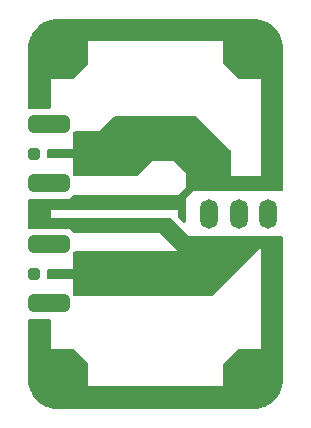
<source format=gbr>
%TF.GenerationSoftware,KiCad,Pcbnew,7.0.6*%
%TF.CreationDate,2023-10-21T15:53:08+08:00*%
%TF.ProjectId,AudioPlug2SMA_M1V1,41756469-6f50-46c7-9567-32534d415f4d,rev?*%
%TF.SameCoordinates,Original*%
%TF.FileFunction,Soldermask,Top*%
%TF.FilePolarity,Negative*%
%FSLAX46Y46*%
G04 Gerber Fmt 4.6, Leading zero omitted, Abs format (unit mm)*
G04 Created by KiCad (PCBNEW 7.0.6) date 2023-10-21 15:53:08*
%MOMM*%
%LPD*%
G01*
G04 APERTURE LIST*
G04 Aperture macros list*
%AMRoundRect*
0 Rectangle with rounded corners*
0 $1 Rounding radius*
0 $2 $3 $4 $5 $6 $7 $8 $9 X,Y pos of 4 corners*
0 Add a 4 corners polygon primitive as box body*
4,1,4,$2,$3,$4,$5,$6,$7,$8,$9,$2,$3,0*
0 Add four circle primitives for the rounded corners*
1,1,$1+$1,$2,$3*
1,1,$1+$1,$4,$5*
1,1,$1+$1,$6,$7*
1,1,$1+$1,$8,$9*
0 Add four rect primitives between the rounded corners*
20,1,$1+$1,$2,$3,$4,$5,0*
20,1,$1+$1,$4,$5,$6,$7,0*
20,1,$1+$1,$6,$7,$8,$9,0*
20,1,$1+$1,$8,$9,$2,$3,0*%
G04 Aperture macros list end*
%ADD10C,4.400000*%
%ADD11O,1.500000X2.500000*%
%ADD12RoundRect,0.250000X-0.250000X-0.250000X0.250000X-0.250000X0.250000X0.250000X-0.250000X0.250000X0*%
%ADD13RoundRect,0.375000X-1.375000X-0.375000X1.375000X-0.375000X1.375000X0.375000X-1.375000X0.375000X0*%
G04 APERTURE END LIST*
D10*
%TO.C,REF\u002A\u002A*%
X83820000Y-87630000D03*
%TD*%
%TO.C,REF\u002A\u002A*%
X100330000Y-87630000D03*
%TD*%
%TO.C,REF\u002A\u002A*%
X100330000Y-115570000D03*
%TD*%
D11*
%TO.C,J3*%
X99100000Y-101600000D03*
X101600000Y-101600000D03*
X96600000Y-101600000D03*
%TD*%
D12*
%TO.C,J2*%
X81780000Y-106680000D03*
D13*
X83030000Y-104180000D03*
X83030000Y-109180000D03*
%TD*%
D10*
%TO.C,REF\u002A\u002A*%
X83820000Y-115570000D03*
%TD*%
D12*
%TO.C,J1*%
X81780000Y-96520000D03*
D13*
X83030000Y-94020000D03*
X83030000Y-99020000D03*
%TD*%
G36*
X100331866Y-85090113D02*
G01*
X100632416Y-85108292D01*
X100639855Y-85109196D01*
X100934174Y-85163133D01*
X100941450Y-85164926D01*
X101227106Y-85253939D01*
X101234113Y-85256597D01*
X101506974Y-85379402D01*
X101513609Y-85382885D01*
X101769671Y-85537678D01*
X101775839Y-85541935D01*
X102011380Y-85726470D01*
X102016989Y-85731439D01*
X102228560Y-85943010D01*
X102233529Y-85948619D01*
X102418064Y-86184160D01*
X102422321Y-86190328D01*
X102577114Y-86446390D01*
X102580597Y-86453025D01*
X102703402Y-86725886D01*
X102706060Y-86732893D01*
X102795073Y-87018549D01*
X102796866Y-87025825D01*
X102850803Y-87320144D01*
X102851707Y-87327583D01*
X102869887Y-87628132D01*
X102870000Y-87631876D01*
X102870000Y-99571000D01*
X102850315Y-99638039D01*
X102797511Y-99683794D01*
X102746000Y-99695000D01*
X98299000Y-99695000D01*
X98231961Y-99675315D01*
X98186206Y-99622511D01*
X98175000Y-99571000D01*
X98175000Y-98426530D01*
X98175075Y-98423488D01*
X98176055Y-98403538D01*
X98176652Y-98397479D01*
X98178342Y-98386082D01*
X98207651Y-98322656D01*
X98266597Y-98285145D01*
X98336466Y-98285457D01*
X98395075Y-98323494D01*
X98423815Y-98387179D01*
X98425000Y-98404277D01*
X98425000Y-98425000D01*
X100965000Y-98425000D01*
X100965000Y-90170000D01*
X99111362Y-90170000D01*
X99044323Y-90150315D01*
X99023681Y-90133681D01*
X97826319Y-88936319D01*
X97792834Y-88874996D01*
X97790000Y-88848638D01*
X97790000Y-86995000D01*
X86360000Y-86995000D01*
X86360000Y-88848638D01*
X86340315Y-88915677D01*
X86323681Y-88936319D01*
X85126319Y-90133681D01*
X85064996Y-90167166D01*
X85038638Y-90170000D01*
X83185000Y-90170000D01*
X83185000Y-92586000D01*
X83165315Y-92653039D01*
X83112511Y-92698794D01*
X83061000Y-92710000D01*
X81404000Y-92710000D01*
X81336961Y-92690315D01*
X81291206Y-92637511D01*
X81280000Y-92586000D01*
X81280000Y-87631877D01*
X81280113Y-87628133D01*
X81298292Y-87327583D01*
X81299196Y-87320144D01*
X81353133Y-87025825D01*
X81354926Y-87018549D01*
X81443939Y-86732893D01*
X81446597Y-86725886D01*
X81569402Y-86453025D01*
X81572885Y-86446390D01*
X81727678Y-86190328D01*
X81731935Y-86184160D01*
X81916470Y-85948619D01*
X81921439Y-85943010D01*
X82133010Y-85731439D01*
X82138619Y-85726470D01*
X82374160Y-85541935D01*
X82380328Y-85537678D01*
X82636390Y-85382885D01*
X82643025Y-85379402D01*
X82915886Y-85256597D01*
X82922893Y-85253939D01*
X83208549Y-85164926D01*
X83215825Y-85163133D01*
X83510144Y-85109196D01*
X83517583Y-85108292D01*
X83818134Y-85090113D01*
X83821878Y-85090000D01*
X100328122Y-85090000D01*
X100331866Y-85090113D01*
G37*
G36*
X85283039Y-100032185D02*
G01*
X85328794Y-100084989D01*
X85340000Y-100136500D01*
X85340000Y-101158500D01*
X85320315Y-101225539D01*
X85267511Y-101271294D01*
X85216000Y-101282500D01*
X83185000Y-101282500D01*
X83185000Y-101917500D01*
X85216000Y-101917500D01*
X85283039Y-101937185D01*
X85328794Y-101989989D01*
X85340000Y-102041500D01*
X85340000Y-103063500D01*
X85320315Y-103130539D01*
X85267511Y-103176294D01*
X85216000Y-103187500D01*
X85141362Y-103187500D01*
X85074323Y-103167815D01*
X85053681Y-103151181D01*
X84772500Y-102870000D01*
X81404000Y-102870000D01*
X81336961Y-102850315D01*
X81291206Y-102797511D01*
X81280000Y-102746000D01*
X81280000Y-100454000D01*
X81299685Y-100386961D01*
X81352489Y-100341206D01*
X81404000Y-100330000D01*
X84772500Y-100330000D01*
X84772500Y-100329999D01*
X85053681Y-100048819D01*
X85115004Y-100015334D01*
X85141362Y-100012500D01*
X85216000Y-100012500D01*
X85283039Y-100032185D01*
G37*
G36*
X102813039Y-103524685D02*
G01*
X102858794Y-103577489D01*
X102870000Y-103629000D01*
X102870000Y-115568122D01*
X102869887Y-115571866D01*
X102851707Y-115872416D01*
X102850803Y-115879855D01*
X102796866Y-116174174D01*
X102795073Y-116181450D01*
X102706060Y-116467106D01*
X102703402Y-116474113D01*
X102580597Y-116746974D01*
X102577114Y-116753609D01*
X102422321Y-117009671D01*
X102418064Y-117015839D01*
X102233529Y-117251380D01*
X102228560Y-117256989D01*
X102016989Y-117468560D01*
X102011380Y-117473529D01*
X101775839Y-117658064D01*
X101769671Y-117662321D01*
X101513609Y-117817114D01*
X101506974Y-117820597D01*
X101234113Y-117943402D01*
X101227106Y-117946060D01*
X100941450Y-118035073D01*
X100934174Y-118036866D01*
X100639855Y-118090803D01*
X100632416Y-118091707D01*
X100331866Y-118109887D01*
X100328122Y-118110000D01*
X83821878Y-118110000D01*
X83818134Y-118109887D01*
X83517583Y-118091707D01*
X83510144Y-118090803D01*
X83215825Y-118036866D01*
X83208549Y-118035073D01*
X82922893Y-117946060D01*
X82915886Y-117943402D01*
X82643025Y-117820597D01*
X82636390Y-117817114D01*
X82380328Y-117662321D01*
X82374160Y-117658064D01*
X82138619Y-117473529D01*
X82133010Y-117468560D01*
X81921439Y-117256989D01*
X81916470Y-117251380D01*
X81731935Y-117015839D01*
X81727678Y-117009671D01*
X81572885Y-116753609D01*
X81569402Y-116746974D01*
X81446597Y-116474113D01*
X81443939Y-116467106D01*
X81354926Y-116181450D01*
X81353133Y-116174174D01*
X81299196Y-115879855D01*
X81298292Y-115872416D01*
X81280113Y-115571866D01*
X81280000Y-115568122D01*
X81280000Y-110614000D01*
X81299685Y-110546961D01*
X81352489Y-110501206D01*
X81404000Y-110490000D01*
X83061000Y-110490000D01*
X83128039Y-110509685D01*
X83173794Y-110562489D01*
X83185000Y-110614000D01*
X83185000Y-113030000D01*
X85038638Y-113030000D01*
X85105677Y-113049685D01*
X85126319Y-113066319D01*
X86323681Y-114263681D01*
X86357166Y-114325004D01*
X86360000Y-114351362D01*
X86360000Y-116205000D01*
X97790000Y-116205000D01*
X97790000Y-114351362D01*
X97809685Y-114284323D01*
X97826319Y-114263681D01*
X99023681Y-113066319D01*
X99085004Y-113032834D01*
X99111362Y-113030000D01*
X100965000Y-113030000D01*
X100965000Y-104457500D01*
X100964999Y-104457499D01*
X100926680Y-104495819D01*
X100865356Y-104529303D01*
X100795665Y-104524319D01*
X100739732Y-104482447D01*
X100715315Y-104416982D01*
X100714999Y-104408137D01*
X100715000Y-103629000D01*
X100734685Y-103561960D01*
X100787489Y-103516206D01*
X100839000Y-103505000D01*
X102746000Y-103505000D01*
X102813039Y-103524685D01*
G37*
G36*
X95583177Y-93364685D02*
G01*
X95603819Y-93381319D01*
X98388681Y-96166181D01*
X98422166Y-96227504D01*
X98425000Y-96253862D01*
X98425000Y-98425000D01*
X98551000Y-98425000D01*
X98618039Y-98444685D01*
X98663794Y-98497489D01*
X98675000Y-98549000D01*
X98675000Y-99571000D01*
X98655315Y-99638039D01*
X98602511Y-99683794D01*
X98551000Y-99695000D01*
X95249999Y-99695000D01*
X94615000Y-100329999D01*
X94615000Y-102253138D01*
X94595315Y-102320177D01*
X94542511Y-102365932D01*
X94473353Y-102375876D01*
X94409797Y-102346851D01*
X94403319Y-102340819D01*
X94016319Y-101953819D01*
X93982834Y-101892496D01*
X93980000Y-101866138D01*
X93980000Y-101282500D01*
X93854000Y-101282500D01*
X93786961Y-101262815D01*
X93741206Y-101210011D01*
X93730000Y-101158500D01*
X93730000Y-100136500D01*
X93749685Y-100069461D01*
X93802489Y-100023706D01*
X93854000Y-100012500D01*
X93980000Y-100012500D01*
X93980000Y-100012499D01*
X94615000Y-99377499D01*
X94615000Y-98107500D01*
X93662500Y-97155000D01*
X91757499Y-97155000D01*
X90523819Y-98388681D01*
X90462496Y-98422166D01*
X90436138Y-98425000D01*
X85214000Y-98425000D01*
X85146961Y-98405315D01*
X85101206Y-98352511D01*
X85090000Y-98301000D01*
X85090000Y-96901000D01*
X82991500Y-96901000D01*
X82924461Y-96881315D01*
X82878706Y-96828511D01*
X82867500Y-96777000D01*
X82867500Y-96263000D01*
X82887185Y-96195961D01*
X82939989Y-96150206D01*
X82991500Y-96139000D01*
X85090000Y-96139000D01*
X85090000Y-94739000D01*
X85109685Y-94671961D01*
X85162489Y-94626206D01*
X85214000Y-94615000D01*
X87312500Y-94615000D01*
X87312500Y-94614999D01*
X88546181Y-93381319D01*
X88607504Y-93347834D01*
X88633862Y-93345000D01*
X95516138Y-93345000D01*
X95583177Y-93364685D01*
G37*
G36*
X93360677Y-101937185D02*
G01*
X93381319Y-101953819D01*
X94932500Y-103505000D01*
X96256692Y-103505000D01*
X96323731Y-103524685D01*
X96369486Y-103577489D01*
X96379430Y-103646647D01*
X96350405Y-103710203D01*
X96344373Y-103716681D01*
X95110357Y-104950696D01*
X95108153Y-104952795D01*
X95093355Y-104966207D01*
X95088647Y-104970070D01*
X95073842Y-104981050D01*
X95068781Y-104984432D01*
X95052962Y-104993913D01*
X95047593Y-104996783D01*
X95030923Y-105004667D01*
X95025301Y-105006996D01*
X95007943Y-105013207D01*
X95002113Y-105014976D01*
X94984227Y-105019455D01*
X94978256Y-105020643D01*
X94960019Y-105023348D01*
X94953966Y-105023944D01*
X94934017Y-105024925D01*
X94930971Y-105025000D01*
X93981529Y-105025000D01*
X93978483Y-105024925D01*
X93958535Y-105023944D01*
X93952486Y-105023348D01*
X93941095Y-105021660D01*
X93877667Y-104992357D01*
X93840149Y-104933415D01*
X93840455Y-104863546D01*
X93878486Y-104804933D01*
X93942167Y-104776186D01*
X93959278Y-104775000D01*
X93980000Y-104775000D01*
X93980000Y-104774999D01*
X92392500Y-103187500D01*
X85141362Y-103187500D01*
X85074323Y-103167815D01*
X85053681Y-103151181D01*
X84876319Y-102973819D01*
X84842834Y-102912496D01*
X84840000Y-102886138D01*
X84840000Y-102041500D01*
X84859685Y-101974461D01*
X84912489Y-101928706D01*
X84964000Y-101917500D01*
X93293638Y-101917500D01*
X93360677Y-101937185D01*
G37*
G36*
X94149333Y-99945680D02*
G01*
X94205266Y-99987551D01*
X94229684Y-100053015D01*
X94230000Y-100061862D01*
X94230000Y-101280971D01*
X94229925Y-101284017D01*
X94228944Y-101303963D01*
X94228348Y-101310011D01*
X94226660Y-101321403D01*
X94197359Y-101384832D01*
X94138417Y-101422350D01*
X94068548Y-101422046D01*
X94009935Y-101384016D01*
X93981187Y-101320335D01*
X93980000Y-101303222D01*
X93980000Y-101282500D01*
X84964000Y-101282500D01*
X84896961Y-101262815D01*
X84851206Y-101210011D01*
X84840000Y-101158500D01*
X84840000Y-100313862D01*
X84859685Y-100246823D01*
X84876319Y-100226181D01*
X85053681Y-100048819D01*
X85115004Y-100015334D01*
X85141362Y-100012500D01*
X93980000Y-100012500D01*
X94018318Y-99974182D01*
X94079641Y-99940696D01*
X94149333Y-99945680D01*
G37*
G36*
X101158039Y-103524685D02*
G01*
X101203794Y-103577489D01*
X101215000Y-103629000D01*
X101215000Y-104455971D01*
X101214925Y-104459017D01*
X101213944Y-104478963D01*
X101213348Y-104485011D01*
X101211660Y-104496403D01*
X101182359Y-104559832D01*
X101123417Y-104597350D01*
X101053548Y-104597046D01*
X100994935Y-104559016D01*
X100966187Y-104495335D01*
X100965000Y-104478222D01*
X100965000Y-104457500D01*
X100964999Y-104457499D01*
X96873819Y-108548681D01*
X96812496Y-108582166D01*
X96786138Y-108585000D01*
X85214000Y-108585000D01*
X85146961Y-108565315D01*
X85101206Y-108512511D01*
X85090000Y-108461000D01*
X85090000Y-107124500D01*
X82991500Y-107124500D01*
X82924461Y-107104815D01*
X82878706Y-107052011D01*
X82867500Y-107000500D01*
X82867500Y-106423000D01*
X82887185Y-106355961D01*
X82939989Y-106310206D01*
X82991500Y-106299000D01*
X85090000Y-106299000D01*
X85090000Y-104899000D01*
X85109685Y-104831961D01*
X85162489Y-104786206D01*
X85214000Y-104775000D01*
X93980000Y-104775000D01*
X93980000Y-104774999D01*
X93941682Y-104736681D01*
X93908197Y-104675358D01*
X93913181Y-104605666D01*
X93955053Y-104549733D01*
X94020517Y-104525316D01*
X94029363Y-104525000D01*
X94828946Y-104525000D01*
X94828946Y-104524999D01*
X95812627Y-103541319D01*
X95873950Y-103507834D01*
X95900308Y-103505000D01*
X101091000Y-103505000D01*
X101158039Y-103524685D01*
G37*
M02*

</source>
